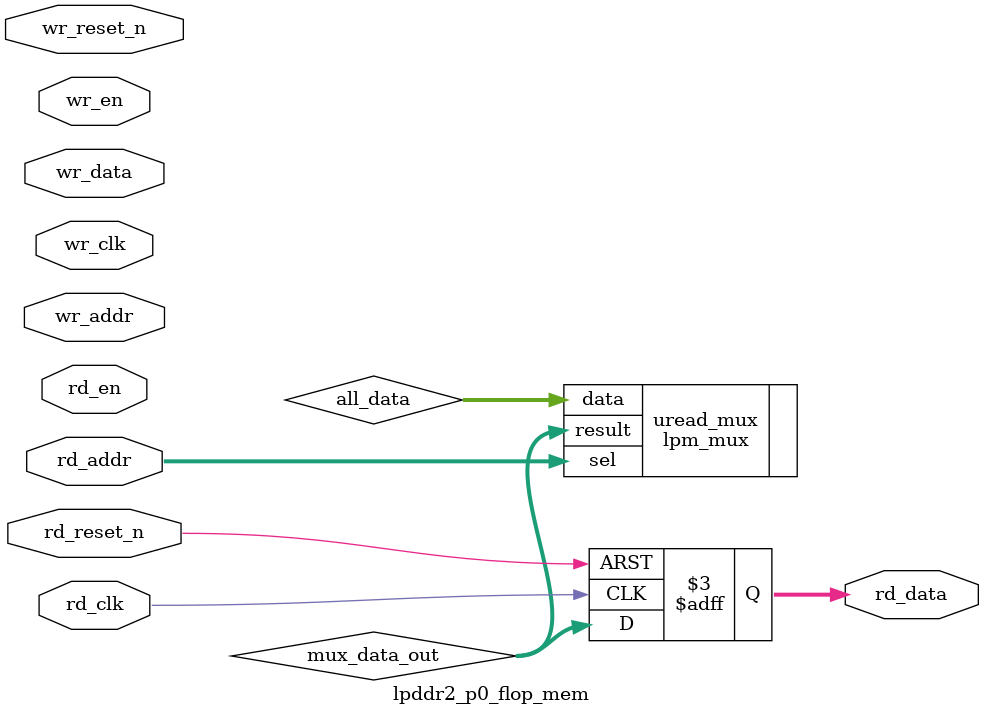
<source format=v>



`timescale 1 ps / 1 ps

(* altera_attribute = "-name ALLOW_SYNCH_CTRL_USAGE ON;-name AUTO_CLOCK_ENABLE_RECOGNITION ON" *)
module lpddr2_p0_flop_mem(
	wr_reset_n,
	wr_clk,
	wr_en,
	wr_addr,
	wr_data,
	rd_reset_n,
	rd_clk,
	rd_en,
	rd_addr,
	rd_data
);

parameter WRITE_MEM_DEPTH	= "";
parameter WRITE_ADDR_WIDTH	= "";
parameter WRITE_DATA_WIDTH	= "";
parameter READ_MEM_DEPTH	= "";
parameter READ_ADDR_WIDTH	= "";		 
parameter READ_DATA_WIDTH	= "";


input	wr_reset_n;
input	wr_clk;
input	wr_en;
input	[WRITE_ADDR_WIDTH-1:0] wr_addr;
input	[WRITE_DATA_WIDTH-1:0] wr_data;
input	rd_reset_n;
input	rd_clk;
input	rd_en;
input	[READ_ADDR_WIDTH-1:0] rd_addr;
output	[READ_DATA_WIDTH-1:0] rd_data;



wire	[WRITE_DATA_WIDTH*WRITE_MEM_DEPTH-1:0] all_data;
wire	[READ_DATA_WIDTH-1:0] mux_data_out;



// declare a memory with WRITE_MEM_DEPTH entries
// each entry contains a data size of WRITE_DATA_WIDTH
reg	[WRITE_DATA_WIDTH-1:0] data_stored [0:WRITE_MEM_DEPTH-1] /* synthesis syn_preserve = 1 */;
reg	[READ_DATA_WIDTH-1:0] rd_data;

generate
genvar entry;
	for (entry=0; entry < WRITE_MEM_DEPTH; entry=entry+1)
	begin: mem_location
		assign all_data[(WRITE_DATA_WIDTH*(entry+1)-1) : (WRITE_DATA_WIDTH*entry)] = data_stored[entry]; 
		
		always @(posedge wr_clk or negedge wr_reset_n)
		begin
			if (~wr_reset_n) begin
				data_stored[entry] <= {WRITE_DATA_WIDTH{1'b0}};
			end else begin
				if (wr_en) begin
					if (entry == wr_addr) begin
						data_stored[entry] <= wr_data;
					end
				end
			end
		end		
	end
endgenerate

// mux to select the correct output data based on read address
lpm_mux	uread_mux(
	.sel (rd_addr),
	.data (all_data),
	.result (mux_data_out)
	// synopsys translate_off
	,
	.aclr (),
	.clken (),
	.clock ()
	// synopsys translate_on
	);
 defparam uread_mux.lpm_size = READ_MEM_DEPTH;
 defparam uread_mux.lpm_type = "LPM_MUX";
 defparam uread_mux.lpm_width = READ_DATA_WIDTH;
 defparam uread_mux.lpm_widths = READ_ADDR_WIDTH;

always @(posedge rd_clk or negedge rd_reset_n)	
begin
	if (~rd_reset_n) begin
		rd_data <= {READ_DATA_WIDTH{1'b0}};
	end else begin
		rd_data <= mux_data_out;
	end
end

endmodule

</source>
